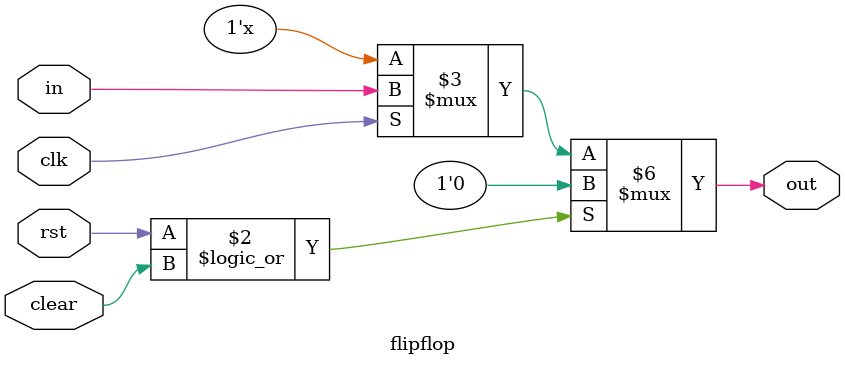
<source format=v>
module flipflop(clk, rst, clear, in, out);
    input wire clk, rst, clear, in;
    output reg out;

    always @ (rst or clk or clear) begin
        if (rst || clear) begin
            out <= 1'b0;
        end
        else begin
            if (clk) begin

                out <= in;
            end
        end
    end
endmodule

</source>
